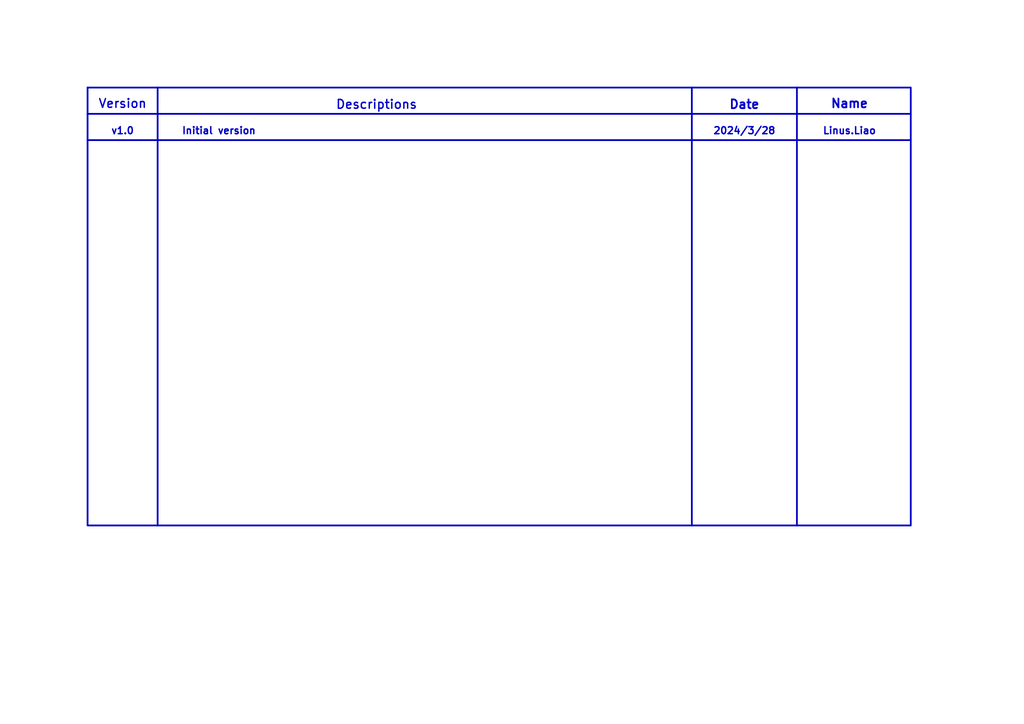
<source format=kicad_sch>
(kicad_sch
	(version 20250114)
	(generator "eeschema")
	(generator_version "9.0")
	(uuid "2162a184-5c2f-49da-9a8a-e93a4179fa7c")
	(paper "A4")
	(lib_symbols)
	(rectangle
		(start 25.4 25.4)
		(end 264.16 152.4)
		(stroke
			(width 0.508)
			(type default)
		)
		(fill
			(type none)
		)
		(uuid 399f453e-3e4f-484a-918f-e762db1b9f25)
	)
	(text "Date"
		(exclude_from_sim no)
		(at 215.9 30.48 0)
		(effects
			(font
				(size 2.54 2.54)
				(bold yes)
			)
		)
		(uuid "0baaa1ea-dee4-4855-abf6-01c161116acd")
	)
	(text "Descriptions"
		(exclude_from_sim no)
		(at 109.22 30.48 0)
		(effects
			(font
				(size 2.54 2.54)
				(thickness 0.4064)
				(bold yes)
			)
		)
		(uuid "2cc33b90-9a61-4551-b977-1818db83a6bb")
	)
	(text "Linus.Liao"
		(exclude_from_sim no)
		(at 246.38 38.1 0)
		(effects
			(font
				(size 2.032 2.032)
				(bold yes)
			)
		)
		(uuid "4b355be0-f939-47d2-9157-8897a1e6b2e5")
	)
	(text "2024/3/28"
		(exclude_from_sim no)
		(at 215.9 38.1 0)
		(effects
			(font
				(size 2.032 2.032)
				(bold yes)
			)
		)
		(uuid "7c3831fb-92ef-4638-8949-e68b05c534c9")
	)
	(text "v1.0"
		(exclude_from_sim no)
		(at 35.56 38.1 0)
		(effects
			(font
				(size 2.032 2.032)
				(bold yes)
			)
		)
		(uuid "8913fe26-b1d6-4b02-8636-d3d010b37d39")
	)
	(text "Initial version"
		(exclude_from_sim no)
		(at 63.5 38.1 0)
		(effects
			(font
				(size 2.032 2.032)
				(bold yes)
			)
		)
		(uuid "bf16a902-3352-4fa6-82e9-d0c7c2c62084")
	)
	(text "Name"
		(exclude_from_sim no)
		(at 246.38 30.226 0)
		(effects
			(font
				(size 2.54 2.54)
				(bold yes)
			)
		)
		(uuid "de69c3ae-3a5b-4152-a9da-5bfcb76198ca")
	)
	(text "Version"
		(exclude_from_sim no)
		(at 35.56 30.226 0)
		(effects
			(font
				(size 2.54 2.54)
				(thickness 0.4064)
				(bold yes)
			)
		)
		(uuid "fa431dfc-dd40-414c-afbc-26b99a2d932c")
	)
	(polyline
		(pts
			(xy 25.4 40.64) (xy 264.16 40.64)
		)
		(stroke
			(width 0.508)
			(type default)
		)
		(uuid "61c49a43-5b3a-41bf-be8b-93b6d7fe7892")
	)
	(polyline
		(pts
			(xy 45.72 25.4) (xy 45.72 152.4)
		)
		(stroke
			(width 0.508)
			(type default)
		)
		(uuid "b9f41997-3866-44d8-a070-6d945bac02a5")
	)
	(polyline
		(pts
			(xy 25.4 33.02) (xy 264.16 33.02)
		)
		(stroke
			(width 0.508)
			(type default)
		)
		(uuid "c9784a53-7e4a-4de7-819c-417a53535fd3")
	)
	(polyline
		(pts
			(xy 200.66 25.4) (xy 200.66 152.4)
		)
		(stroke
			(width 0.508)
			(type default)
		)
		(uuid "e0466b42-b03b-4815-b0dc-2684c769f16a")
	)
	(polyline
		(pts
			(xy 231.14 25.4) (xy 231.14 152.4)
		)
		(stroke
			(width 0.508)
			(type default)
		)
		(uuid "edcd7cde-d599-47ab-8b75-dc0ca3272b87")
	)
)

</source>
